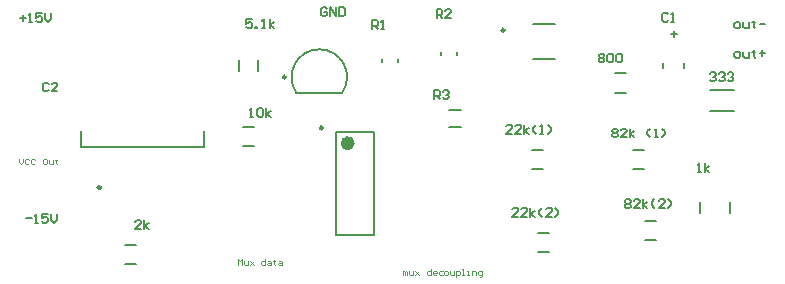
<source format=gto>
G04*
G04 #@! TF.GenerationSoftware,Altium Limited,Altium Designer,23.1.1 (15)*
G04*
G04 Layer_Color=65535*
%FSLAX44Y44*%
%MOMM*%
G71*
G04*
G04 #@! TF.SameCoordinates,36A7A826-306E-463F-8DB2-5D37948115DD*
G04*
G04*
G04 #@! TF.FilePolarity,Positive*
G04*
G01*
G75*
%ADD10C,0.6000*%
%ADD11C,0.2500*%
%ADD12C,0.2000*%
%ADD13C,0.1500*%
%ADD14C,0.1000*%
D10*
X287000Y124000D02*
G03*
X287000Y124000I-3000J0D01*
G01*
D11*
X263000Y136850D02*
G03*
X263000Y136850I-1250J0D01*
G01*
X231750Y180000D02*
G03*
X231750Y180000I-1250J0D01*
G01*
X416959Y219750D02*
G03*
X416959Y219750I-1250J0D01*
G01*
X75100Y86500D02*
G03*
X75100Y86500I-1250J0D01*
G01*
D12*
X279339Y166649D02*
G03*
X240663Y166645I-19339J13352D01*
G01*
X377000Y198750D02*
Y201250D01*
X363000Y198750D02*
Y201250D01*
X327000Y193011D02*
Y195511D01*
X313000Y193011D02*
Y195511D01*
X274000Y46250D02*
X306000D01*
X274000Y133750D02*
X306000D01*
Y46250D02*
Y133750D01*
X274000Y46250D02*
Y133750D01*
X240663Y166650D02*
X279336D01*
X195269Y138000D02*
X204730D01*
X195269Y122000D02*
X204730D01*
X95270Y38000D02*
X104731D01*
X95270Y22000D02*
X104731D01*
X536008Y58000D02*
X545470D01*
X536008Y42000D02*
X545470D01*
X440524Y225000D02*
X459476D01*
X440524Y195000D02*
X459476D01*
X440270Y118000D02*
X449731D01*
X440270Y102000D02*
X449731D01*
X445269Y48000D02*
X454730D01*
X445269Y32000D02*
X454730D01*
X192000Y185270D02*
Y194731D01*
X208000Y185270D02*
Y194731D01*
X58000Y121000D02*
Y134000D01*
X162000Y121000D02*
Y134000D01*
X58000Y121000D02*
X162000D01*
X370000Y152000D02*
X380000D01*
X370000Y138000D02*
X380000D01*
X525269Y102000D02*
X534731D01*
X525269Y118000D02*
X534731D01*
X510517Y183750D02*
X519484D01*
X510517Y166250D02*
X519484D01*
X557500Y216500D02*
X562500D01*
X560000Y214000D02*
Y219000D01*
X569000Y187750D02*
Y192250D01*
X551000Y187750D02*
Y192250D01*
X591209Y168750D02*
X611331D01*
X591209Y151250D02*
X611331D01*
X582500Y65000D02*
Y74000D01*
X607500Y65000D02*
Y74000D01*
D13*
X6500Y230249D02*
X11498D01*
X8999Y232748D02*
Y227750D01*
X13998Y226500D02*
X16497D01*
X15247D01*
Y233998D01*
X13998Y232748D01*
X25244Y233998D02*
X20246D01*
Y230249D01*
X22745Y231498D01*
X23994D01*
X25244Y230249D01*
Y227750D01*
X23994Y226500D01*
X21495D01*
X20246Y227750D01*
X27743Y233998D02*
Y228999D01*
X30242Y226500D01*
X32741Y228999D01*
Y233998D01*
X612750Y196500D02*
X615249D01*
X616498Y197750D01*
Y200249D01*
X615249Y201498D01*
X612750D01*
X611500Y200249D01*
Y197750D01*
X612750Y196500D01*
X618998Y201498D02*
Y197750D01*
X620247Y196500D01*
X623996D01*
Y201498D01*
X627745Y202748D02*
Y201498D01*
X626495D01*
X628994D01*
X627745D01*
Y197750D01*
X628994Y196500D01*
X632743Y200249D02*
X637742D01*
X635242Y202748D02*
Y197750D01*
X612750Y221500D02*
X615249D01*
X616498Y222750D01*
Y225249D01*
X615249Y226498D01*
X612750D01*
X611500Y225249D01*
Y222750D01*
X612750Y221500D01*
X618998Y226498D02*
Y222750D01*
X620247Y221500D01*
X623996D01*
Y226498D01*
X627745Y227748D02*
Y226498D01*
X626495D01*
X628994D01*
X627745D01*
Y222750D01*
X628994Y221500D01*
X632743Y225249D02*
X637742D01*
X266498Y237748D02*
X265249Y238998D01*
X262750D01*
X261500Y237748D01*
Y232750D01*
X262750Y231500D01*
X265249D01*
X266498Y232750D01*
Y235249D01*
X263999D01*
X268998Y231500D02*
Y238998D01*
X273996Y231500D01*
Y238998D01*
X276495D02*
Y231500D01*
X280244D01*
X281493Y232750D01*
Y237748D01*
X280244Y238998D01*
X276495D01*
X11500Y60249D02*
X16498D01*
X18998Y56500D02*
X21497D01*
X20247D01*
Y63998D01*
X18998Y62748D01*
X30244Y63998D02*
X25246D01*
Y60249D01*
X27745Y61498D01*
X28994D01*
X30244Y60249D01*
Y57750D01*
X28994Y56500D01*
X26495D01*
X25246Y57750D01*
X32743Y63998D02*
Y58999D01*
X35242Y56500D01*
X37742Y58999D01*
Y63998D01*
X357262Y161416D02*
Y168914D01*
X361011D01*
X362260Y167664D01*
Y165165D01*
X361011Y163915D01*
X357262D01*
X359761D02*
X362260Y161416D01*
X364760Y167664D02*
X366009Y168914D01*
X368508D01*
X369758Y167664D01*
Y166414D01*
X368508Y165165D01*
X367259D01*
X368508D01*
X369758Y163915D01*
Y162666D01*
X368508Y161416D01*
X366009D01*
X364760Y162666D01*
X359294Y229996D02*
Y237494D01*
X363043D01*
X364292Y236244D01*
Y233745D01*
X363043Y232495D01*
X359294D01*
X361793D02*
X364292Y229996D01*
X371790D02*
X366792D01*
X371790Y234994D01*
Y236244D01*
X370540Y237494D01*
X368041D01*
X366792Y236244D01*
X305002Y220512D02*
Y228010D01*
X308750D01*
X310000Y226760D01*
Y224261D01*
X308750Y223011D01*
X305002D01*
X307501D02*
X310000Y220512D01*
X312499D02*
X314998D01*
X313749D01*
Y228010D01*
X312499Y226760D01*
X30790Y174014D02*
X29541Y175264D01*
X27042D01*
X25792Y174014D01*
Y169016D01*
X27042Y167766D01*
X29541D01*
X30790Y169016D01*
X38288Y167766D02*
X33290D01*
X38288Y172764D01*
Y174014D01*
X37038Y175264D01*
X34539D01*
X33290Y174014D01*
X555554Y232942D02*
X554305Y234192D01*
X551806D01*
X550556Y232942D01*
Y227944D01*
X551806Y226694D01*
X554305D01*
X555554Y227944D01*
X558054Y226694D02*
X560553D01*
X559303D01*
Y234192D01*
X558054Y232942D01*
X496454Y198652D02*
X497704Y199902D01*
X500203D01*
X501452Y198652D01*
Y197402D01*
X500203Y196153D01*
X501452Y194903D01*
Y193654D01*
X500203Y192404D01*
X497704D01*
X496454Y193654D01*
Y194903D01*
X497704Y196153D01*
X496454Y197402D01*
Y198652D01*
X497704Y196153D02*
X500203D01*
X503952Y198652D02*
X505201Y199902D01*
X507700D01*
X508950Y198652D01*
Y193654D01*
X507700Y192404D01*
X505201D01*
X503952Y193654D01*
Y198652D01*
X511449D02*
X512699Y199902D01*
X515198D01*
X516448Y198652D01*
Y193654D01*
X515198Y192404D01*
X512699D01*
X511449Y193654D01*
Y198652D01*
X590688Y182650D02*
X591938Y183900D01*
X594437D01*
X595686Y182650D01*
Y181400D01*
X594437Y180151D01*
X593187D01*
X594437D01*
X595686Y178901D01*
Y177652D01*
X594437Y176402D01*
X591938D01*
X590688Y177652D01*
X598186Y182650D02*
X599435Y183900D01*
X601934D01*
X603184Y182650D01*
Y181400D01*
X601934Y180151D01*
X600685D01*
X601934D01*
X603184Y178901D01*
Y177652D01*
X601934Y176402D01*
X599435D01*
X598186Y177652D01*
X605683Y182650D02*
X606933Y183900D01*
X609432D01*
X610682Y182650D01*
Y181400D01*
X609432Y180151D01*
X608182D01*
X609432D01*
X610682Y178901D01*
Y177652D01*
X609432Y176402D01*
X606933D01*
X605683Y177652D01*
X518806Y75208D02*
X520056Y76458D01*
X522555D01*
X523804Y75208D01*
Y73958D01*
X522555Y72709D01*
X523804Y71459D01*
Y70210D01*
X522555Y68960D01*
X520056D01*
X518806Y70210D01*
Y71459D01*
X520056Y72709D01*
X518806Y73958D01*
Y75208D01*
X520056Y72709D02*
X522555D01*
X531302Y68960D02*
X526304D01*
X531302Y73958D01*
Y75208D01*
X530052Y76458D01*
X527553D01*
X526304Y75208D01*
X533801Y68960D02*
Y76458D01*
Y71459D02*
X537550Y73958D01*
X533801Y71459D02*
X537550Y68960D01*
X543798D02*
X541299Y71459D01*
Y73958D01*
X543798Y76458D01*
X552545Y68960D02*
X547547D01*
X552545Y73958D01*
Y75208D01*
X551296Y76458D01*
X548796D01*
X547547Y75208D01*
X555044Y68960D02*
X557544Y71459D01*
Y73958D01*
X555044Y76458D01*
X507884Y135152D02*
X509134Y136402D01*
X511633D01*
X512882Y135152D01*
Y133902D01*
X511633Y132653D01*
X512882Y131403D01*
Y130154D01*
X511633Y128904D01*
X509134D01*
X507884Y130154D01*
Y131403D01*
X509134Y132653D01*
X507884Y133902D01*
Y135152D01*
X509134Y132653D02*
X511633D01*
X520380Y128904D02*
X515382D01*
X520380Y133902D01*
Y135152D01*
X519130Y136402D01*
X516631D01*
X515382Y135152D01*
X522879Y128904D02*
Y136402D01*
Y131403D02*
X526628Y133902D01*
X522879Y131403D02*
X526628Y128904D01*
X540374D02*
X537874Y131403D01*
Y133902D01*
X540374Y136402D01*
X544122Y128904D02*
X546622D01*
X545372D01*
Y136402D01*
X544122Y135152D01*
X550370Y128904D02*
X552870Y131403D01*
Y133902D01*
X550370Y136402D01*
X428554Y61848D02*
X423556D01*
X428554Y66846D01*
Y68096D01*
X427305Y69346D01*
X424806D01*
X423556Y68096D01*
X436052Y61848D02*
X431054D01*
X436052Y66846D01*
Y68096D01*
X434802Y69346D01*
X432303D01*
X431054Y68096D01*
X438551Y61848D02*
Y69346D01*
Y64347D02*
X442300Y66846D01*
X438551Y64347D02*
X442300Y61848D01*
X448548D02*
X446049Y64347D01*
Y66846D01*
X448548Y69346D01*
X457295Y61848D02*
X452297D01*
X457295Y66846D01*
Y68096D01*
X456046Y69346D01*
X453546D01*
X452297Y68096D01*
X459794Y61848D02*
X462294Y64347D01*
Y66846D01*
X459794Y69346D01*
X423474Y131952D02*
X418476D01*
X423474Y136950D01*
Y138200D01*
X422225Y139450D01*
X419726D01*
X418476Y138200D01*
X430972Y131952D02*
X425974D01*
X430972Y136950D01*
Y138200D01*
X429722Y139450D01*
X427223D01*
X425974Y138200D01*
X433471Y131952D02*
Y139450D01*
Y134451D02*
X437220Y136950D01*
X433471Y134451D02*
X437220Y131952D01*
X443468D02*
X440969Y134451D01*
Y136950D01*
X443468Y139450D01*
X447217Y131952D02*
X449716D01*
X448466D01*
Y139450D01*
X447217Y138200D01*
X453465Y131952D02*
X455964Y134451D01*
Y136950D01*
X453465Y139450D01*
X201253Y146251D02*
X203752D01*
X202502D01*
Y153749D01*
X201253Y152499D01*
X207501D02*
X208750Y153749D01*
X211250D01*
X212499Y152499D01*
Y147501D01*
X211250Y146251D01*
X208750D01*
X207501Y147501D01*
Y152499D01*
X214998Y146251D02*
Y153749D01*
Y148750D02*
X218747Y151250D01*
X214998Y148750D02*
X218747Y146251D01*
X203127Y228749D02*
X198129D01*
Y225000D01*
X200628Y226250D01*
X201878D01*
X203127Y225000D01*
Y222501D01*
X201878Y221251D01*
X199378D01*
X198129Y222501D01*
X205626Y221251D02*
Y222501D01*
X206876D01*
Y221251D01*
X205626D01*
X211874D02*
X214374D01*
X213124D01*
Y228749D01*
X211874Y227499D01*
X218122Y221251D02*
Y228749D01*
Y223750D02*
X221871Y226250D01*
X218122Y223750D02*
X221871Y221251D01*
X109375Y51251D02*
X104377D01*
X109375Y56250D01*
Y57499D01*
X108126Y58749D01*
X105626D01*
X104377Y57499D01*
X111874Y51251D02*
Y58749D01*
Y53750D02*
X115623Y56250D01*
X111874Y53750D02*
X115623Y51251D01*
X580274Y99440D02*
X582773D01*
X581524D01*
Y106938D01*
X580274Y105688D01*
X586522Y99440D02*
Y106938D01*
Y101939D02*
X590271Y104438D01*
X586522Y101939D02*
X590271Y99440D01*
D14*
X6000Y110998D02*
Y107666D01*
X7666Y106000D01*
X9332Y107666D01*
Y110998D01*
X14331Y110165D02*
X13498Y110998D01*
X11831D01*
X10998Y110165D01*
Y106833D01*
X11831Y106000D01*
X13498D01*
X14331Y106833D01*
X19329Y110165D02*
X18496Y110998D01*
X16830D01*
X15997Y110165D01*
Y106833D01*
X16830Y106000D01*
X18496D01*
X19329Y106833D01*
X28493Y110998D02*
X26827D01*
X25993Y110165D01*
Y106833D01*
X26827Y106000D01*
X28493D01*
X29326Y106833D01*
Y110165D01*
X28493Y110998D01*
X30992Y109332D02*
Y106833D01*
X31825Y106000D01*
X34324D01*
Y109332D01*
X36823Y110165D02*
Y109332D01*
X35990D01*
X37656D01*
X36823D01*
Y106833D01*
X37656Y106000D01*
X331000Y12666D02*
Y15998D01*
X331833D01*
X332666Y15165D01*
Y12666D01*
Y15165D01*
X333499Y15998D01*
X334332Y15165D01*
Y12666D01*
X335998Y15998D02*
Y13499D01*
X336831Y12666D01*
X339331D01*
Y15998D01*
X340997D02*
X344329Y12666D01*
X342663Y14332D01*
X344329Y15998D01*
X340997Y12666D01*
X354326Y17665D02*
Y12666D01*
X351827D01*
X350993Y13499D01*
Y15165D01*
X351827Y15998D01*
X354326D01*
X358491Y12666D02*
X356825D01*
X355992Y13499D01*
Y15165D01*
X356825Y15998D01*
X358491D01*
X359324Y15165D01*
Y14332D01*
X355992D01*
X364322Y15998D02*
X361823D01*
X360990Y15165D01*
Y13499D01*
X361823Y12666D01*
X364322D01*
X366822D02*
X368488D01*
X369321Y13499D01*
Y15165D01*
X368488Y15998D01*
X366822D01*
X365989Y15165D01*
Y13499D01*
X366822Y12666D01*
X370987Y15998D02*
Y13499D01*
X371820Y12666D01*
X374319D01*
Y15998D01*
X375985Y11000D02*
Y15998D01*
X378484D01*
X379318Y15165D01*
Y13499D01*
X378484Y12666D01*
X375985D01*
X380984D02*
X382650D01*
X381817D01*
Y17665D01*
X380984D01*
X385149Y12666D02*
X386815D01*
X385982D01*
Y15998D01*
X385149D01*
X389314Y12666D02*
Y15998D01*
X391814D01*
X392646Y15165D01*
Y12666D01*
X395979Y11000D02*
X396812D01*
X397645Y11833D01*
Y15998D01*
X395146D01*
X394313Y15165D01*
Y13499D01*
X395146Y12666D01*
X397645D01*
X191000Y21000D02*
Y25998D01*
X192666Y24332D01*
X194332Y25998D01*
Y21000D01*
X195998Y24332D02*
Y21833D01*
X196831Y21000D01*
X199331D01*
Y24332D01*
X200997D02*
X204329Y21000D01*
X202663Y22666D01*
X204329Y24332D01*
X200997Y21000D01*
X214326Y25998D02*
Y21000D01*
X211826D01*
X210993Y21833D01*
Y23499D01*
X211826Y24332D01*
X214326D01*
X216825D02*
X218491D01*
X219324Y23499D01*
Y21000D01*
X216825D01*
X215992Y21833D01*
X216825Y22666D01*
X219324D01*
X221823Y25165D02*
Y24332D01*
X220990D01*
X222656D01*
X221823D01*
Y21833D01*
X222656Y21000D01*
X225989Y24332D02*
X227655D01*
X228488Y23499D01*
Y21000D01*
X225989D01*
X225156Y21833D01*
X225989Y22666D01*
X228488D01*
M02*

</source>
